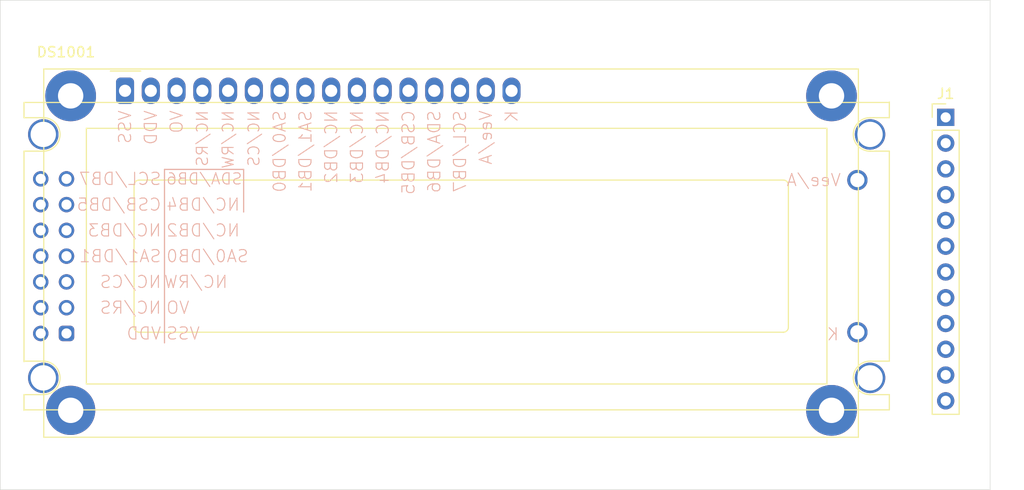
<source format=kicad_pcb>
(kicad_pcb (version 20211014) (generator pcbnew)
  (layers (0 "F.Cu" signal) (31 "B.Cu" signal) (34 "B.Paste" user) (35 "F.Paste" user) (36 "B.SilkS" user "B.Silkscreen") (37 "F.SilkS" user "F.Silkscreen") (38 "B.Mask" user) (39 "F.Mask" user) (44 "Edge.Cuts" user))
  (net 0 "")
  (net 1 "Net-(DS1001-Pad16)")
  (net 2 "Net-(DS1001-Pad15)")
  (net 3 "Net-(DS1001-Pad14)")
  (net 4 "Net-(DS1001-Pad13)")
  (net 5 "Net-(DS1001-Pad12)")
  (net 6 "Net-(DS1001-Pad11)")
  (net 7 "Net-(DS1001-Pad10)")
  (net 8 "Net-(DS1001-Pad9)")
  (net 9 "Net-(DS1001-Pad8)")
  (net 10 "Net-(DS1001-Pad7)")
  (net 11 "Net-(DS1001-Pad6)")
  (net 12 "Net-(DS1001-Pad5)")
  (net 13 "Net-(DS1001-Pad4)")
  (net 14 "Net-(DS1001-Pad3)")
  (net 15 "Net-(DS1001-Pad2)")
  (net 16 "Net-(DS1001-Pad1)")
  (net 17 "Net-(J1-Pad12)")
  (net 18 "Net-(J1-Pad11)")
  (net 19 "Net-(J1-Pad10)")
  (net 20 "Net-(J1-Pad9)")
  (net 21 "Net-(J1-Pad8)")
  (net 22 "Net-(J1-Pad7)")
  (net 23 "Net-(J1-Pad6)")
  (net 24 "Net-(J1-Pad5)")
  (net 25 "Net-(J1-Pad4)")
  (net 26 "Net-(J1-Pad3)")
  (net 27 "Net-(J1-Pad2)")
  (net 28 "Net-(J1-Pad1)")
  (footprint "kibom-variant_4:LCD_16x02_Dual" (layer "F.Cu") (at 110.875 43.1)
    (fp_text reference "DS1001" (at -5.82 -3.81) (layer "F.SilkS"))
    (fp_text value "**Val")
    (fp_text user "VDD" (at 3.64 23.919997 180) (layer "B.SilkS") (effects (font (size 1.2 1.2) (thickness 0.1)) (justify left mirror)))
    (fp_text user "NC/DB4" (at 11.39 11.22 180) (layer "B.SilkS") (effects (font (size 1.2 1.2) (thickness 0.1)) (justify left mirror)))
    (fp_text user "NC/DB3" (at 22.86 1.85 90) (layer "B.SilkS") (effects (font (size 1.2 1.2) (thickness 0.1)) (justify left mirror)))
    (fp_text user "NC/RW" (at 10.19 18.84 180) (layer "B.SilkS") (effects (font (size 1.2 1.2) (thickness 0.1)) (justify left mirror)))
    (fp_text user "VSS" (at 0 1.85 90) (layer "B.SilkS") (effects (font (size 1.2 1.2) (thickness 0.1)) (justify left mirror)))
    (fp_text user "NC/DB4" (at 25.4 1.85 90) (layer "B.SilkS") (effects (font (size 1.2 1.2) (thickness 0.1)) (justify left mirror)))
    (fp_text user "CSB/DB5" (at 27.94 1.85 90) (layer "B.SilkS") (effects (font (size 1.2 1.2) (thickness 0.1)) (justify left mirror)))
    (fp_text user "VO" (at 5.08 1.85 90) (layer "B.SilkS") (effects (font (size 1.2 1.2) (thickness 0.1)) (justify left mirror)))
    (fp_text user "SA0/DB0" (at 12.247143 16.3 180) (layer "B.SilkS") (effects (font (size 1.2 1.2) (thickness 0.1)) (justify left mirror)))
    (fp_text user "VDD" (at 2.54 1.85 90) (layer "B.SilkS") (effects (font (size 1.2 1.2) (thickness 0.1)) (justify left mirror)))
    (fp_text user "NC/CS" (at 12.7 1.85 90) (layer "B.SilkS") (effects (font (size 1.1 1.1) (thickness 0.1)) (justify left mirror)))
    (fp_text user "Vee/A" (at 70.64 8.8 180) (layer "B.SilkS") (effects (font (size 1.2 1.2) (thickness 0.1)) (justify left mirror)))
    (fp_text user "NC/RS" (at 7.62 1.85 90) (layer "B.SilkS") (effects (font (size 1.1 1.1) (thickness 0.1)) (justify left mirror)))
    (fp_text user "SA1/DB1" (at 17.78 1.85 90) (layer "B.SilkS") (effects (font (size 1.2 1.2) (thickness 0.1)) (justify left mirror)))
    (fp_text user "K" (at 70.44 24 180) (layer "B.SilkS") (effects (font (size 1.2 1.2) (thickness 0.1)) (justify left mirror)))
    (fp_text user "Vee/A" (at 35.56 1.85 270) (layer "B.SilkS") (effects (font (size 1.2 1.2) (thickness 0.1)) (justify left mirror)))
    (fp_text user "SDA/DB6" (at 11.623333 8.68 180) (layer "B.SilkS") (effects (font (size 1.1 1.1) (thickness 0.1)) (justify left mirror)))
    (fp_text user "K" (at 38.1 1.85 90) (layer "B.SilkS") (effects (font (size 1.2 1.2) (thickness 0.1)) (justify left mirror)))
    (fp_text user "VSS" (at 7.447143 23.92 180) (layer "B.SilkS") (effects (font (size 1.2 1.2) (thickness 0.1)) (justify left mirror)))
    (fp_text user "SCL/DB7" (at 3.64 8.68 180) (layer "B.SilkS") (effects (font (size 1.2 1.2) (thickness 0.1)) (justify left mirror)))
    (fp_text user "NC/DB2" (at 11.39 13.76 180) (layer "B.SilkS") (effects (font (size 1.2 1.2) (thickness 0.1)) (justify left mirror)))
    (fp_text user "SCL/DB7" (at 33.02 1.85 90) (layer "B.SilkS") (effects (font (size 1.2 1.2) (thickness 0.1)) (justify left mirror)))
    (fp_text user "NC/CS" (at 3.64 18.839996 180) (layer "B.SilkS") (effects (font (size 1.2 1.2) (thickness 0.1)) (justify left mirror)))
    (fp_text user "SA1/DB1" (at 3.64 16.299997 180) (layer "B.SilkS") (effects (font (size 1.2 1.2) (thickness 0.1)) (justify left mirror)))
    (fp_text user "NC/DB3" (at 3.64 13.759998 180) (layer "B.SilkS") (effects (font (size 1.2 1.2) (thickness 0.1)) (justify left mirror)))
    (fp_text user "SA0/DB0" (at 15.24 1.85 90) (layer "B.SilkS") (effects (font (size 1.2 1.2) (thickness 0.1)) (justify left mirror)))
    (fp_text user "NC/RS" (at 3.64 21.379995 180) (layer "B.SilkS") (effects (font (size 1.2 1.2) (thickness 0.1)) (justify left mirror)))
    (fp_text user "SDA/DB6" (at 30.48 1.85 90) (layer "B.SilkS") (effects (font (size 1.2 1.2) (thickness 0.1)) (justify left mirror)))
    (fp_text user "VO" (at 6.418571 21.38 180) (layer "B.SilkS") (effects (font (size 1.2 1.2) (thickness 0.1)) (justify left mirror)))
    (fp_text user "NC/RW" (at 10.16 1.85 90) (layer "B.SilkS") (effects (font (size 1.1 1.1) (thickness 0.1)) (justify left mirror)))
    (fp_text user "NC/DB2" (at 20.32 1.85 90) (layer "B.SilkS") (effects (font (size 1.2 1.2) (thickness 0.1)) (justify left mirror)))
    (fp_text user "CSB/DB5" (at 3.64 11.219999 180) (layer "B.SilkS") (effects (font (size 1.2 1.2) (thickness 0.1)) (justify left mirror)))
    (fp_line (start 3.89 7.75) (end 11.69 7.75) (layer "B.SilkS") (width 0.12))
    (fp_line (start 11.69 11.95) (end 11.69 7.75) (layer "B.SilkS") (width 0.12))
    (fp_line (start 3.89 7.75) (end 3.89 24.85) (layer "B.SilkS") (width 0.12))
    (fp_line (start 75.34 2.65) (end 73.44 2.65) (layer "F.SilkS") (width 0.12))
    (fp_line (start -3.81 28.9) (end -3.81 3.7) (layer "F.SilkS") (width 0.12))
    (fp_line (start -3.81 3.7) (end 69.19 3.7) (layer "F.SilkS") (width 0.12))
    (fp_line (start 75.34 5.95) (end 73.44 5.95) (layer "F.SilkS") (width 0.12))
    (fp_line (start 64.89066 23.8) (end 1.39 23.8) (layer "F.SilkS") (width 0.12))
    (fp_line (start 65.39 9.3) (end 65.39 23.3) (layer "F.SilkS") (width 0.12))
    (fp_line (start 0.88962 23.2997) (end 0.88962 9.30038) (layer "F.SilkS") (width 0.12))
    (fp_line (start -8.01 -2.15) (end -8.01 34.15) (layer "F.SilkS") (width 0.12))
    (fp_line (start -8 34.15) (end 72.29 34.15) (layer "F.SilkS") (width 0.12))
    (fp_line (start 75.34 5.95) (end 75.34 26.65) (layer "F.SilkS") (width 0.12))
    (fp_line (start 75.34 29.95) (end 73.44 29.95) (layer "F.SilkS") (width 0.12))
    (fp_line (start -9.96 1.15) (end -9.96 2.65) (layer "F.SilkS") (width 0.12))
    (fp_line (start 69.19 3.7) (end 69.19 28.9) (layer "F.SilkS") (width 0.12))
    (fp_line (start -8.00503 5.949084) (end -9.96 5.949084) (layer "F.SilkS") (width 0.12))
    (fp_line (start 73.44 26.65) (end 75.34 26.65) (layer "F.SilkS") (width 0.12))
    (fp_line (start 1.39 8.8) (end 64.89 8.8) (layer "F.SilkS") (width 0.12))
    (fp_line (start 72.29 34.15) (end 72.29 -2.15) (layer "F.SilkS") (width 0.12))
    (fp_line (start -8.01 -2.15) (end 72.29 -2.15) (layer "F.SilkS") (width 0.12))
    (fp_line (start -9.96 29.95) (end -9.96 31.5) (layer "F.SilkS") (width 0.12))
    (fp_line (start -9.96 31.45) (end 75.34 31.45) (layer "F.SilkS") (width 0.12))
    (fp_line (start -1.45 -1.95) (end 1.55 -1.95) (layer "F.SilkS") (width 0.12))
    (fp_line (start 75.34 1.1) (end 75.34 2.65) (layer "F.SilkS") (width 0.12))
    (fp_line (start -9.96 1.15) (end 75.34 1.15) (layer "F.SilkS") (width 0.12))
    (fp_line (start 69.19 28.9) (end -3.81 28.9) (layer "F.SilkS") (width 0.12))
    (fp_line (start 75.34 29.95) (end 75.34 31.45) (layer "F.SilkS") (width 0.12))
    (fp_line (start -9.96 26.65) (end -8.06 26.65) (layer "F.SilkS") (width 0.12))
    (fp_line (start -8.06 2.65) (end -9.96 2.65) (layer "F.SilkS") (width 0.12))
    (fp_line (start -9.96 29.95) (end -8.06 29.95) (layer "F.SilkS") (width 0.12))
    (fp_line (start -9.96 5.949084) (end -9.96 26.7) (layer "F.SilkS") (width 0.12))
    (fp_arc (start 65.39104 23.29932) (mid 65.244479 23.65315) (end 64.89066 23.7997) (layer "F.SilkS") (width 0.12))
    (fp_arc (start 1.39 23.8) (mid 1.036175 23.653445) (end 0.88962 23.29962) (layer "F.SilkS") (width 0.12))
    (fp_arc (start -8.06 26.65) (mid -6.41 28.3) (end -8.06 29.95) (layer "F.SilkS") (width 0.12))
    (fp_arc (start 73.44 29.95) (mid 71.79 28.3) (end 73.44 26.65) (layer "F.SilkS") (width 0.12))
    (fp_arc (start 0.88962 9.30038) (mid 1.036178 8.946558) (end 1.39 8.8) (layer "F.SilkS") (width 0.12))
    (fp_arc (start 73.44 5.95) (mid 71.79 4.3) (end 73.44 2.65) (layer "F.SilkS") (width 0.12))
    (fp_arc (start 64.89 8.8) (mid 65.243553 8.946447) (end 65.39 9.3) (layer "F.SilkS") (width 0.12))
    (fp_arc (start -8.06 2.65) (mid -6.410229 4.272511) (end -8.00503 5.949084) (layer "F.SilkS") (width 0.12))
    (pad "" thru_hole circle locked (at -8.06 28.3) (size 3 3) (drill 2.5) (layers *.Cu *.Mask) (clearance 0.25))
    (pad "" thru_hole circle locked (at 69.64 0.5) (size 5 5) (drill 2.5) (layers *.Cu *.Mask))
    (pad "" thru_hole circle locked (at 69.64 31.5) (size 5 5) (drill 2.5) (layers *.Cu *.Mask))
    (pad "" thru_hole circle locked (at 73.44 4.3) (size 3 3) (drill 2.5) (layers *.Cu *.Mask))
    (pad "" thru_hole circle locked (at -8.06 4.3) (size 3 3) (drill 2.5) (layers *.Cu *.Mask))
    (pad "" thru_hole circle locked (at 73.44 28.3) (size 3 3) (drill 2.5) (layers *.Cu *.Mask))
    (pad "" thru_hole circle locked (at -5.36 31.5) (size 4.85 4.85) (drill 2.5) (layers *.Cu *.Mask) (clearance 0.25))
    (pad "" thru_hole circle locked (at -5.36 0.5) (size 5 5) (drill 2.5) (layers *.Cu *.Mask))
    (pad "1" thru_hole roundrect locked (at -5.77 23.92) (size 1.52 1.52) (drill 1) (layers *.Cu *.Mask) (net 16 "Net-(DS1001-Pad1)"))
    (pad "1" thru_hole roundrect locked (at 0 0) (size 1.78 2.6) (drill 1.2) (layers *.Cu *.Mask) (net 16 "Net-(DS1001-Pad1)"))
    (pad "2" thru_hole circle locked (at -8.31 23.92) (size 1.52 1.52) (drill 1) (layers *.Cu *.Mask) (net 15 "Net-(DS1001-Pad2)"))
    (pad "2" thru_hole oval locked (at 2.54 0) (size 1.78 2.6) (drill 1.2) (layers *.Cu *.Mask) (net 15 "Net-(DS1001-Pad2)"))
    (pad "3" thru_hole oval locked (at 5.08 0) (size 1.78 2.6) (drill 1.2) (layers *.Cu *.Mask) (net 14 "Net-(DS1001-Pad3)"))
    (pad "3" thru_hole circle locked (at -5.77 21.38) (size 1.52 1.52) (drill 1) (layers *.Cu *.Mask) (net 14 "Net-(DS1001-Pad3)"))
    (pad "4" thru_hole oval locked (at 7.62 0) (size 1.78 2.6) (drill 1.2) (layers *.Cu *.Mask) (net 13 "Net-(DS1001-Pad4)"))
    (pad "4" thru_hole circle locked (at -8.31 21.38) (size 1.52 1.52) (drill 1) (layers *.Cu *.Mask) (net 13 "Net-(DS1001-Pad4)"))
    (pad "5" thru_hole circle locked (at -5.77 18.84) (size 1.52 1.52) (drill 1) (layers *.Cu *.Mask) (net 12 "Net-(DS1001-Pad5)"))
    (pad "5" thru_hole oval locked (at 10.16 0) (size 1.78 2.6) (drill 1.2) (layers *.Cu *.Mask) (net 12 "Net-(DS1001-Pad5)"))
    (pad "6" thru_hole oval locked (at 12.7 0) (size 1.78 2.6) (drill 1.2) (layers *.Cu *.Mask) (net 11 "Net-(DS1001-Pad6)"))
    (pad "6" thru_hole circle locked (at -8.31 18.84) (size 1.52 1.52) (drill 1) (layers *.Cu *.Mask) (net 11 "Net-(DS1001-Pad6)"))
    (pad "7" thru_hole oval locked (at 15.24 0) (size 1.78 2.6) (drill 1.2) (layers *.Cu *.Mask) (net 10 "Net-(DS1001-Pad7)"))
    (pad "7" thru_hole circle locked (at -5.77 16.3) (size 1.52 1.52) (drill 1) (layers *.Cu *.Mask) (net 10 "Net-(DS1001-Pad7)"))
    (pad "8" thru_hole oval locked (at 17.78 0) (size 1.78 2.6) (drill 1.2) (layers *.Cu *.Mask) (net 9 "Net-(DS1001-Pad8)"))
    (pad "8" thru_hole circle locked (at -8.31 16.3) (size 1.52 1.52) (drill 1) (layers *.Cu *.Mask) (net 9 "Net-(DS1001-Pad8)"))
    (pad "9" thru_hole circle locked (at -5.77 13.76) (size 1.52 1.52) (drill 1) (layers *.Cu *.Mask) (net 8 "Net-(DS1001-Pad9)"))
    (pad "9" thru_hole oval locked (at 20.32 0) (size 1.78 2.6) (drill 1.2) (layers *.Cu *.Mask) (net 8 "Net-(DS1001-Pad9)"))
    (pad "10" thru_hole circle locked (at -8.31 13.76) (size 1.52 1.52) (drill 1) (layers *.Cu *.Mask) (net 7 "Net-(DS1001-Pad10)"))
    (pad "10" thru_hole oval locked (at 22.86 0) (size 1.78 2.6) (drill 1.2) (layers *.Cu *.Mask) (net 7 "Net-(DS1001-Pad10)"))
    (pad "11" thru_hole oval locked (at 25.4 0) (size 1.78 2.6) (drill 1.2) (layers *.Cu *.Mask) (net 6 "Net-(DS1001-Pad11)"))
    (pad "11" thru_hole circle locked (at -5.77 11.22) (size 1.52 1.52) (drill 1) (layers *.Cu *.Mask) (net 6 "Net-(DS1001-Pad11)"))
    (pad "12" thru_hole oval locked (at 27.94 0) (size 1.78 2.6) (drill 1.2) (layers *.Cu *.Mask) (net 5 "Net-(DS1001-Pad12)"))
    (pad "12" thru_hole circle locked (at -8.31 11.22) (size 1.52 1.52) (drill 1) (layers *.Cu *.Mask) (net 5 "Net-(DS1001-Pad12)"))
    (pad "13" thru_hole oval locked (at 30.48 0) (size 1.78 2.6) (drill 1.2) (layers *.Cu *.Mask) (net 4 "Net-(DS1001-Pad13)"))
    (pad "13" thru_hole circle locked (at -5.77 8.68) (size 1.52 1.52) (drill 1) (layers *.Cu *.Mask) (net 4 "Net-(DS1001-Pad13)"))
    (pad "14" thru_hole circle locked (at -8.31 8.68) (size 1.52 1.52) (drill 1) (layers *.Cu *.Mask) (net 3 "Net-(DS1001-Pad14)"))
    (pad "14" thru_hole oval locked (at 33.02 0) (size 1.78 2.6) (drill 1.2) (layers *.Cu *.Mask) (net 3 "Net-(DS1001-Pad14)"))
    (pad "15" thru_hole oval locked (at 35.56 0) (size 1.78 2.6) (drill 1.2) (layers *.Cu *.Mask) (net 2 "Net-(DS1001-Pad15)"))
    (pad "15" thru_hole circle locked (at 72.19 8.8) (size 2 2) (drill 1.4) (layers *.Cu *.Mask) (net 2 "Net-(DS1001-Pad15)"))
    (pad "16" thru_hole oval locked (at 38.1 0) (size 1.78 2.6) (drill 1.2) (layers *.Cu *.Mask) (net 1 "Net-(DS1001-Pad16)"))
    (pad "16" thru_hole circle locked (at 72.19 23.8) (size 2 2) (drill 1.4) (layers *.Cu *.Mask) (net 1 "Net-(DS1001-Pad16)"))
  )
  (footprint "Connector_PinHeader_2.54mm:PinHeader_1x12_P2.54mm_Vertical" (layer "F.Cu") (at 191.77 45.72)
    (fp_text reference "J1" (at 0 -2.33) (layer "F.SilkS"))
    (fp_text value "Conn_01x12_Female")
    (fp_line (start -1.33 29.27) (end 1.33 29.27) (layer "F.SilkS") (width 0.12))
    (fp_line (start -1.33 -1.33) (end 0 -1.33) (layer "F.SilkS") (width 0.12))
    (fp_line (start 1.33 1.27) (end 1.33 29.27) (layer "F.SilkS") (width 0.12))
    (fp_line (start -1.33 1.27) (end -1.33 29.27) (layer "F.SilkS") (width 0.12))
    (fp_line (start -1.33 1.27) (end 1.33 1.27) (layer "F.SilkS") (width 0.12))
    (fp_line (start -1.33 0) (end -1.33 -1.33) (layer "F.SilkS") (width 0.12))
    (pad "1" thru_hole rect locked (at 0 0) (size 1.7 1.7) (drill 1) (layers *.Cu *.Mask) (net 28 "Net-(J1-Pad1)"))
    (pad "2" thru_hole oval locked (at 0 2.54) (size 1.7 1.7) (drill 1) (layers *.Cu *.Mask) (net 27 "Net-(J1-Pad2)"))
    (pad "3" thru_hole oval locked (at 0 5.08) (size 1.7 1.7) (drill 1) (layers *.Cu *.Mask) (net 26 "Net-(J1-Pad3)"))
    (pad "4" thru_hole oval locked (at 0 7.62) (size 1.7 1.7) (drill 1) (layers *.Cu *.Mask) (net 25 "Net-(J1-Pad4)"))
    (pad "5" thru_hole oval locked (at 0 10.16) (size 1.7 1.7) (drill 1) (layers *.Cu *.Mask) (net 24 "Net-(J1-Pad5)"))
    (pad "6" thru_hole oval locked (at 0 12.7) (size 1.7 1.7) (drill 1) (layers *.Cu *.Mask) (net 23 "Net-(J1-Pad6)"))
    (pad "7" thru_hole oval locked (at 0 15.24) (size 1.7 1.7) (drill 1) (layers *.Cu *.Mask) (net 22 "Net-(J1-Pad7)"))
    (pad "8" thru_hole oval locked (at 0 17.78) (size 1.7 1.7) (drill 1) (layers *.Cu *.Mask) (net 21 "Net-(J1-Pad8)"))
    (pad "9" thru_hole oval locked (at 0 20.32) (size 1.7 1.7) (drill 1) (layers *.Cu *.Mask) (net 20 "Net-(J1-Pad9)"))
    (pad "10" thru_hole oval locked (at 0 22.86) (size 1.7 1.7) (drill 1) (layers *.Cu *.Mask) (net 19 "Net-(J1-Pad10)"))
    (pad "11" thru_hole oval locked (at 0 25.4) (size 1.7 1.7) (drill 1) (layers *.Cu *.Mask) (net 18 "Net-(J1-Pad11)"))
    (pad "12" thru_hole oval locked (at 0 27.94) (size 1.7 1.7) (drill 1) (layers *.Cu *.Mask) (net 17 "Net-(J1-Pad12)"))
  )
  (gr_line (start 98.575 34.175) (end 196.15 34.175) (layer "Edge.Cuts") (width 0.05))
  (gr_line (start 196.15 82.425) (end 98.575 82.425) (layer "Edge.Cuts") (width 0.05))
  (gr_line (start 98.575 82.425) (end 98.575 34.175) (layer "Edge.Cuts") (width 0.05))
  (gr_line (start 196.15 34.175) (end 196.15 82.425) (layer "Edge.Cuts") (width 0.05))
)
</source>
